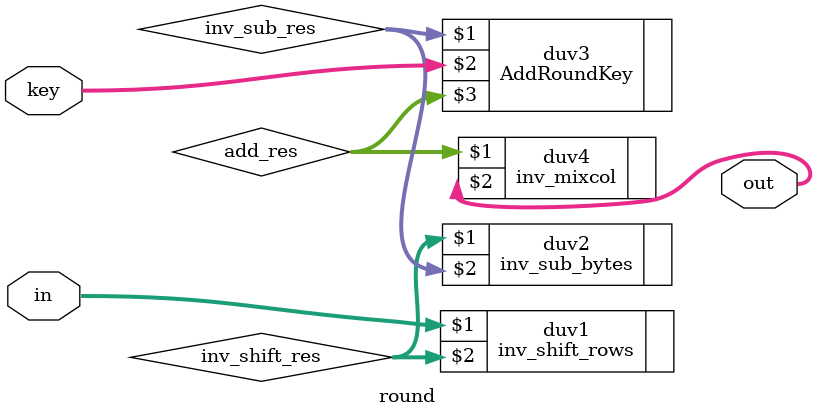
<source format=v>
`timescale 1ns / 1ps



module round(in,key,out);
input [0:127]in,key;
output [0:127]out;
wire [0:127] inv_shift_res,inv_sub_res,add_res;
inv_shift_rows duv1(in,inv_shift_res);
inv_sub_bytes duv2(inv_shift_res,inv_sub_res);
AddRoundKey duv3(inv_sub_res,key,add_res);
inv_mixcol duv4(add_res,out);

endmodule

</source>
